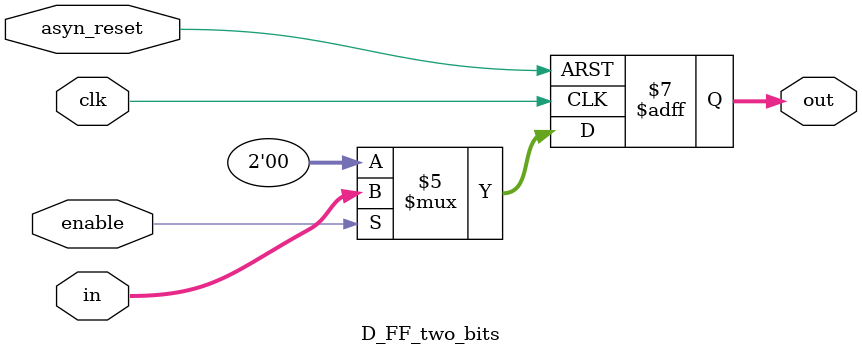
<source format=v>
module D_FF_two_bits(in,out,clk,enable,asyn_reset);

input clk;
input enable;
input asyn_reset;
input[1:0] in;
output[1:0] out;
reg[1:0] out;


always@(posedge clk or posedge asyn_reset) begin
	if (asyn_reset == 1) begin
		out <= 0;
	end
	else begin
		if(enable==1'b1) begin
			out<=in;
		end
		else begin
			out<=2'b0;
		end
	end
end

endmodule

</source>
